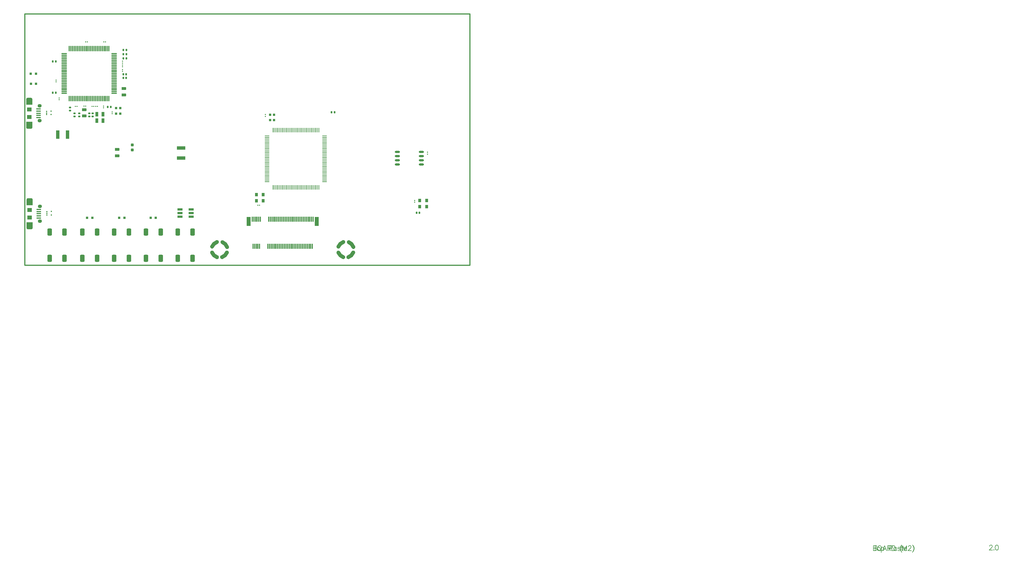
<source format=gtp>
G04 Layer_Color=8421504*
%FSLAX25Y25*%
%MOIN*%
G70*
G01*
G75*
%ADD10C,0.00700*%
%ADD13O,0.05709X0.00787*%
G04:AMPARAMS|DCode=14|XSize=86.61mil|YSize=55.12mil|CornerRadius=13.78mil|HoleSize=0mil|Usage=FLASHONLY|Rotation=90.000|XOffset=0mil|YOffset=0mil|HoleType=Round|Shape=RoundedRectangle|*
%AMROUNDEDRECTD14*
21,1,0.08661,0.02756,0,0,90.0*
21,1,0.05905,0.05512,0,0,90.0*
1,1,0.02756,0.01378,0.02953*
1,1,0.02756,0.01378,-0.02953*
1,1,0.02756,-0.01378,-0.02953*
1,1,0.02756,-0.01378,0.02953*
%
%ADD14ROUNDEDRECTD14*%
%ADD15R,0.03543X0.03937*%
%ADD16R,0.02756X0.03150*%
G04:AMPARAMS|DCode=17|XSize=55.12mil|YSize=35.43mil|CornerRadius=8.86mil|HoleSize=0mil|Usage=FLASHONLY|Rotation=270.000|XOffset=0mil|YOffset=0mil|HoleType=Round|Shape=RoundedRectangle|*
%AMROUNDEDRECTD17*
21,1,0.05512,0.01772,0,0,270.0*
21,1,0.03740,0.03543,0,0,270.0*
1,1,0.01772,-0.00886,-0.01870*
1,1,0.01772,-0.00886,0.01870*
1,1,0.01772,0.00886,0.01870*
1,1,0.01772,0.00886,-0.01870*
%
%ADD17ROUNDEDRECTD17*%
G04:AMPARAMS|DCode=18|XSize=55.12mil|YSize=35.43mil|CornerRadius=8.86mil|HoleSize=0mil|Usage=FLASHONLY|Rotation=180.000|XOffset=0mil|YOffset=0mil|HoleType=Round|Shape=RoundedRectangle|*
%AMROUNDEDRECTD18*
21,1,0.05512,0.01772,0,0,180.0*
21,1,0.03740,0.03543,0,0,180.0*
1,1,0.01772,-0.01870,0.00886*
1,1,0.01772,0.01870,0.00886*
1,1,0.01772,0.01870,-0.00886*
1,1,0.01772,-0.01870,-0.00886*
%
%ADD18ROUNDEDRECTD18*%
%ADD19R,0.03150X0.03150*%
%ADD20R,0.10236X0.03937*%
%ADD21R,0.01772X0.01181*%
%ADD22O,0.06102X0.02362*%
%ADD23R,0.06299X0.02756*%
G04:AMPARAMS|DCode=24|XSize=21.65mil|YSize=23.62mil|CornerRadius=5.41mil|HoleSize=0mil|Usage=FLASHONLY|Rotation=180.000|XOffset=0mil|YOffset=0mil|HoleType=Round|Shape=RoundedRectangle|*
%AMROUNDEDRECTD24*
21,1,0.02165,0.01279,0,0,180.0*
21,1,0.01083,0.02362,0,0,180.0*
1,1,0.01083,-0.00541,0.00640*
1,1,0.01083,0.00541,0.00640*
1,1,0.01083,0.00541,-0.00640*
1,1,0.01083,-0.00541,-0.00640*
%
%ADD24ROUNDEDRECTD24*%
G04:AMPARAMS|DCode=25|XSize=21.65mil|YSize=23.62mil|CornerRadius=5.41mil|HoleSize=0mil|Usage=FLASHONLY|Rotation=90.000|XOffset=0mil|YOffset=0mil|HoleType=Round|Shape=RoundedRectangle|*
%AMROUNDEDRECTD25*
21,1,0.02165,0.01279,0,0,90.0*
21,1,0.01083,0.02362,0,0,90.0*
1,1,0.01083,0.00640,0.00541*
1,1,0.01083,0.00640,-0.00541*
1,1,0.01083,-0.00640,-0.00541*
1,1,0.01083,-0.00640,0.00541*
%
%ADD25ROUNDEDRECTD25*%
G04:AMPARAMS|DCode=26|XSize=10.83mil|YSize=11.81mil|CornerRadius=2.71mil|HoleSize=0mil|Usage=FLASHONLY|Rotation=180.000|XOffset=0mil|YOffset=0mil|HoleType=Round|Shape=RoundedRectangle|*
%AMROUNDEDRECTD26*
21,1,0.01083,0.00640,0,0,180.0*
21,1,0.00541,0.01181,0,0,180.0*
1,1,0.00541,-0.00271,0.00320*
1,1,0.00541,0.00271,0.00320*
1,1,0.00541,0.00271,-0.00320*
1,1,0.00541,-0.00271,-0.00320*
%
%ADD26ROUNDEDRECTD26*%
G04:AMPARAMS|DCode=27|XSize=10.83mil|YSize=11.81mil|CornerRadius=2.71mil|HoleSize=0mil|Usage=FLASHONLY|Rotation=90.000|XOffset=0mil|YOffset=0mil|HoleType=Round|Shape=RoundedRectangle|*
%AMROUNDEDRECTD27*
21,1,0.01083,0.00640,0,0,90.0*
21,1,0.00541,0.01181,0,0,90.0*
1,1,0.00541,0.00320,0.00271*
1,1,0.00541,0.00320,-0.00271*
1,1,0.00541,-0.00320,-0.00271*
1,1,0.00541,-0.00320,0.00271*
%
%ADD27ROUNDEDRECTD27*%
%ADD28R,0.01181X0.06102*%
%ADD29R,0.04724X0.10827*%
G04:AMPARAMS|DCode=30|XSize=35.43mil|YSize=31.5mil|CornerRadius=7.87mil|HoleSize=0mil|Usage=FLASHONLY|Rotation=0.000|XOffset=0mil|YOffset=0mil|HoleType=Round|Shape=RoundedRectangle|*
%AMROUNDEDRECTD30*
21,1,0.03543,0.01575,0,0,0.0*
21,1,0.01968,0.03150,0,0,0.0*
1,1,0.01575,0.00984,-0.00787*
1,1,0.01575,-0.00984,-0.00787*
1,1,0.01575,-0.00984,0.00787*
1,1,0.01575,0.00984,0.00787*
%
%ADD30ROUNDEDRECTD30*%
%ADD31O,0.07087X0.01181*%
%ADD32O,0.01181X0.07087*%
%ADD33R,0.03937X0.10236*%
%ADD34R,0.05315X0.01575*%
%ADD35O,0.00787X0.05709*%
%ADD46C,0.00591*%
%ADD48C,0.01200*%
G04:AMPARAMS|DCode=65|XSize=82.68mil|YSize=74.8mil|CornerRadius=19.45mil|HoleSize=0mil|Usage=FLASHONLY|Rotation=90.000|XOffset=0mil|YOffset=0mil|HoleType=Round|Shape=RoundedRectangle|*
%AMROUNDEDRECTD65*
21,1,0.08268,0.03591,0,0,90.0*
21,1,0.04378,0.07480,0,0,90.0*
1,1,0.03890,0.01795,0.02189*
1,1,0.03890,0.01795,-0.02189*
1,1,0.03890,-0.01795,-0.02189*
1,1,0.03890,-0.01795,0.02189*
%
%ADD65ROUNDEDRECTD65*%
G04:AMPARAMS|DCode=66|XSize=41.34mil|YSize=49.21mil|CornerRadius=20.67mil|HoleSize=0mil|Usage=FLASHONLY|Rotation=270.000|XOffset=0mil|YOffset=0mil|HoleType=Round|Shape=RoundedRectangle|*
%AMROUNDEDRECTD66*
21,1,0.04134,0.00787,0,0,270.0*
21,1,0.00000,0.04921,0,0,270.0*
1,1,0.04134,-0.00394,0.00000*
1,1,0.04134,-0.00394,0.00000*
1,1,0.04134,0.00394,0.00000*
1,1,0.04134,0.00394,0.00000*
%
%ADD66ROUNDEDRECTD66*%
%ADD132C,0.04528*%
%ADD133R,0.05512X0.05118*%
G36*
X7684Y79988D02*
X7861Y79957D01*
X8058Y79909D01*
X8216Y79847D01*
X8346Y79795D01*
X8515Y79697D01*
X8661Y79594D01*
X8810Y79472D01*
X8972Y79295D01*
X9090Y79138D01*
X9204Y78957D01*
X9298Y78748D01*
X9401Y78405D01*
X9436Y78035D01*
Y71736D01*
X1956D01*
Y78035D01*
X1972Y78224D01*
X1999Y78433D01*
X2058Y78642D01*
X2121Y78811D01*
X2200Y78976D01*
X2310Y79150D01*
X2424Y79299D01*
X2558Y79453D01*
X2700Y79567D01*
X2846Y79677D01*
X3007Y79772D01*
X3172Y79850D01*
X3338Y79913D01*
X3539Y79961D01*
X3716Y79988D01*
X3924Y80004D01*
X7468D01*
X7684Y79988D01*
D02*
G37*
G36*
X9436Y44965D02*
X9420Y44776D01*
X9393Y44567D01*
X9334Y44358D01*
X9271Y44189D01*
X9192Y44024D01*
X9082Y43850D01*
X8968Y43701D01*
X8834Y43547D01*
X8692Y43433D01*
X8546Y43323D01*
X8385Y43228D01*
X8220Y43150D01*
X8054Y43087D01*
X7853Y43039D01*
X7676Y43012D01*
X7468Y42996D01*
X3924D01*
X3708Y43012D01*
X3531Y43043D01*
X3334Y43091D01*
X3176Y43154D01*
X3046Y43205D01*
X2877Y43303D01*
X2732Y43406D01*
X2582Y43528D01*
X2420Y43705D01*
X2302Y43862D01*
X2188Y44043D01*
X2094Y44252D01*
X1991Y44594D01*
X1956Y44965D01*
Y51264D01*
X9436D01*
Y44965D01*
D02*
G37*
G36*
X7265Y199947D02*
X7442Y199916D01*
X7639Y199869D01*
X7796Y199805D01*
X7926Y199754D01*
X8095Y199656D01*
X8241Y199554D01*
X8390Y199432D01*
X8552Y199254D01*
X8670Y199097D01*
X8784Y198916D01*
X8879Y198707D01*
X8981Y198365D01*
X9016Y197994D01*
Y191695D01*
X1536D01*
Y197994D01*
X1552Y198184D01*
X1579Y198392D01*
X1639Y198601D01*
X1702Y198770D01*
X1780Y198935D01*
X1891Y199109D01*
X2005Y199258D01*
X2139Y199412D01*
X2280Y199526D01*
X2426Y199636D01*
X2587Y199731D01*
X2753Y199809D01*
X2918Y199873D01*
X3119Y199920D01*
X3296Y199947D01*
X3505Y199963D01*
X7048D01*
X7265Y199947D01*
D02*
G37*
G36*
X9016Y164924D02*
X9001Y164735D01*
X8973Y164526D01*
X8914Y164317D01*
X8851Y164148D01*
X8772Y163983D01*
X8662Y163809D01*
X8548Y163660D01*
X8414Y163506D01*
X8272Y163392D01*
X8127Y163282D01*
X7965Y163187D01*
X7800Y163109D01*
X7635Y163046D01*
X7434Y162998D01*
X7257Y162971D01*
X7048Y162955D01*
X3505D01*
X3288Y162971D01*
X3111Y163002D01*
X2914Y163050D01*
X2757Y163113D01*
X2627Y163164D01*
X2458Y163262D01*
X2312Y163365D01*
X2162Y163487D01*
X2001Y163664D01*
X1883Y163821D01*
X1768Y164002D01*
X1674Y164211D01*
X1572Y164553D01*
X1536Y164924D01*
Y171223D01*
X9016D01*
Y164924D01*
D02*
G37*
D10*
X1152281Y-335451D02*
Y-335170D01*
X1152562Y-334607D01*
X1152843Y-334326D01*
X1153405Y-334045D01*
X1154530D01*
X1155092Y-334326D01*
X1155374Y-334607D01*
X1155655Y-335170D01*
Y-335732D01*
X1155374Y-336294D01*
X1154811Y-337138D01*
X1152000Y-339949D01*
X1155936D01*
X1157538Y-339387D02*
X1157257Y-339668D01*
X1157538Y-339949D01*
X1157820Y-339668D01*
X1157538Y-339387D01*
X1160800Y-334045D02*
X1159956Y-334326D01*
X1159394Y-335170D01*
X1159113Y-336575D01*
Y-337419D01*
X1159394Y-338825D01*
X1159956Y-339668D01*
X1160800Y-339949D01*
X1161362D01*
X1162206Y-339668D01*
X1162768Y-338825D01*
X1163049Y-337419D01*
Y-336575D01*
X1162768Y-335170D01*
X1162206Y-334326D01*
X1161362Y-334045D01*
X1160800D01*
X1152281Y-335451D02*
Y-335170D01*
X1152562Y-334607D01*
X1152843Y-334326D01*
X1153405Y-334045D01*
X1154530D01*
X1155092Y-334326D01*
X1155374Y-334607D01*
X1155655Y-335170D01*
Y-335732D01*
X1155374Y-336294D01*
X1154811Y-337138D01*
X1152000Y-339949D01*
X1155936D01*
X1157538Y-339387D02*
X1157257Y-339668D01*
X1157538Y-339949D01*
X1157820Y-339668D01*
X1157538Y-339387D01*
X1160800Y-334045D02*
X1159956Y-334326D01*
X1159394Y-335170D01*
X1159113Y-336575D01*
Y-337419D01*
X1159394Y-338825D01*
X1159956Y-339668D01*
X1160800Y-339949D01*
X1161362D01*
X1162206Y-339668D01*
X1162768Y-338825D01*
X1163049Y-337419D01*
Y-336575D01*
X1162768Y-335170D01*
X1162206Y-334326D01*
X1161362Y-334045D01*
X1160800D01*
D13*
X289448Y148360D02*
D03*
Y149934D02*
D03*
Y99541D02*
D03*
Y101116D02*
D03*
Y102691D02*
D03*
Y104265D02*
D03*
Y105840D02*
D03*
Y107415D02*
D03*
Y108990D02*
D03*
Y110565D02*
D03*
Y112139D02*
D03*
Y113714D02*
D03*
Y115289D02*
D03*
Y116864D02*
D03*
Y118439D02*
D03*
Y120013D02*
D03*
Y121588D02*
D03*
Y123163D02*
D03*
Y124738D02*
D03*
Y126313D02*
D03*
Y127887D02*
D03*
Y129462D02*
D03*
Y131037D02*
D03*
Y132612D02*
D03*
Y134187D02*
D03*
Y135761D02*
D03*
Y137336D02*
D03*
Y138911D02*
D03*
Y140486D02*
D03*
Y142060D02*
D03*
Y143635D02*
D03*
Y145210D02*
D03*
Y146785D02*
D03*
Y151509D02*
D03*
Y153084D02*
D03*
Y154659D02*
D03*
X357952D02*
D03*
Y153084D02*
D03*
Y151509D02*
D03*
Y149934D02*
D03*
Y148360D02*
D03*
Y146785D02*
D03*
Y145210D02*
D03*
Y143635D02*
D03*
Y142060D02*
D03*
Y140486D02*
D03*
Y138911D02*
D03*
Y137336D02*
D03*
Y135761D02*
D03*
Y134187D02*
D03*
Y132612D02*
D03*
Y131037D02*
D03*
Y129462D02*
D03*
Y127887D02*
D03*
Y126313D02*
D03*
Y124738D02*
D03*
Y123163D02*
D03*
Y121588D02*
D03*
Y120013D02*
D03*
Y118439D02*
D03*
Y116864D02*
D03*
Y115289D02*
D03*
Y113714D02*
D03*
Y112139D02*
D03*
Y110565D02*
D03*
Y108990D02*
D03*
Y107415D02*
D03*
Y105840D02*
D03*
Y104265D02*
D03*
Y102691D02*
D03*
Y101116D02*
D03*
Y99541D02*
D03*
D14*
X200358Y39650D02*
D03*
X182642D02*
D03*
Y8350D02*
D03*
X200358D02*
D03*
X162358Y39650D02*
D03*
X144642D02*
D03*
Y8350D02*
D03*
X162358D02*
D03*
X124358Y39650D02*
D03*
X106642D02*
D03*
Y8350D02*
D03*
X124358D02*
D03*
X86358Y39650D02*
D03*
X68642D02*
D03*
Y8350D02*
D03*
X86358D02*
D03*
X47358Y39650D02*
D03*
X29642D02*
D03*
Y8350D02*
D03*
X47358D02*
D03*
D15*
X480033Y69959D02*
D03*
X471766D02*
D03*
X480033Y77440D02*
D03*
X471766D02*
D03*
X284734Y76960D02*
D03*
X276466D02*
D03*
X284734Y84440D02*
D03*
X276466D02*
D03*
D16*
X292800Y173304D02*
D03*
Y179800D02*
D03*
X297721Y173304D02*
D03*
Y179800D02*
D03*
X108879Y181004D02*
D03*
Y187500D02*
D03*
X113800Y181004D02*
D03*
Y187500D02*
D03*
D17*
X85860Y180200D02*
D03*
X93340D02*
D03*
X93440Y172800D02*
D03*
X85960D02*
D03*
D18*
X118200Y210891D02*
D03*
Y203410D02*
D03*
X110200Y138280D02*
D03*
Y130800D02*
D03*
X70800Y178260D02*
D03*
Y185740D02*
D03*
D19*
X7101Y228800D02*
D03*
X13400D02*
D03*
X150150Y56500D02*
D03*
X156450D02*
D03*
X13450Y216500D02*
D03*
X7150D02*
D03*
X74350Y56500D02*
D03*
X80650D02*
D03*
X112750D02*
D03*
X119050D02*
D03*
D20*
X186700Y128094D02*
D03*
Y139906D02*
D03*
D21*
X26296Y64069D02*
D03*
Y62100D02*
D03*
Y60132D02*
D03*
X31611Y64167D02*
D03*
Y60132D02*
D03*
X25943Y183768D02*
D03*
Y181800D02*
D03*
Y179832D02*
D03*
X31258Y183867D02*
D03*
Y179832D02*
D03*
D22*
X444830Y135300D02*
D03*
Y130300D02*
D03*
Y125300D02*
D03*
Y120300D02*
D03*
X473570Y135300D02*
D03*
Y130300D02*
D03*
Y125300D02*
D03*
Y120300D02*
D03*
D23*
X198600Y66500D02*
D03*
Y62300D02*
D03*
Y58100D02*
D03*
X185200D02*
D03*
Y62300D02*
D03*
Y66500D02*
D03*
D24*
X117628Y256900D02*
D03*
X121172D02*
D03*
X33428Y206100D02*
D03*
X36972D02*
D03*
X102572Y188900D02*
D03*
X99028D02*
D03*
X121072Y228000D02*
D03*
X117528D02*
D03*
Y223500D02*
D03*
X121072D02*
D03*
X121272Y246900D02*
D03*
X117728D02*
D03*
X117700Y252100D02*
D03*
X121243D02*
D03*
X36972Y243400D02*
D03*
X33428D02*
D03*
X467857Y62600D02*
D03*
X471400D02*
D03*
X366328Y182500D02*
D03*
X369872D02*
D03*
D25*
X81100Y181300D02*
D03*
Y177757D02*
D03*
X76800Y181272D02*
D03*
Y177728D02*
D03*
X64800Y181243D02*
D03*
Y177700D02*
D03*
X59400Y181272D02*
D03*
Y177728D02*
D03*
X53900Y188300D02*
D03*
Y184757D02*
D03*
D26*
X62334Y189800D02*
D03*
X60267D02*
D03*
X96434Y266600D02*
D03*
X94367D02*
D03*
X74734D02*
D03*
X72667D02*
D03*
X80266Y189800D02*
D03*
X82333D02*
D03*
X72733Y189900D02*
D03*
X70666D02*
D03*
X86633Y189800D02*
D03*
X84566D02*
D03*
X280400Y71800D02*
D03*
X278333D02*
D03*
D27*
X37200Y218967D02*
D03*
Y221034D02*
D03*
X116600Y237067D02*
D03*
Y239134D02*
D03*
X116600Y243500D02*
D03*
Y241433D02*
D03*
Y233567D02*
D03*
Y231500D02*
D03*
X94000Y190033D02*
D03*
Y187967D02*
D03*
X104300Y180867D02*
D03*
Y182933D02*
D03*
X40900Y197566D02*
D03*
Y199634D02*
D03*
X481100Y134834D02*
D03*
Y132766D02*
D03*
X465600Y77434D02*
D03*
Y75366D02*
D03*
X287400Y179833D02*
D03*
Y177767D02*
D03*
D28*
X272540Y22718D02*
D03*
X271556Y55100D02*
D03*
X304036Y22718D02*
D03*
X296162D02*
D03*
X280414D02*
D03*
X303052Y55100D02*
D03*
X295178D02*
D03*
X279430D02*
D03*
X327658Y22718D02*
D03*
X319784D02*
D03*
X311910D02*
D03*
X326674Y55100D02*
D03*
X318800D02*
D03*
X310926D02*
D03*
X278446Y22718D02*
D03*
X276477D02*
D03*
X274509D02*
D03*
X277462Y55100D02*
D03*
X275493D02*
D03*
X273524D02*
D03*
X281399D02*
D03*
X294194Y22718D02*
D03*
X292225D02*
D03*
X290257D02*
D03*
X293210Y55100D02*
D03*
X291241D02*
D03*
X302068Y22718D02*
D03*
X300099D02*
D03*
X298131D02*
D03*
X301083Y55100D02*
D03*
X299115D02*
D03*
X297147D02*
D03*
X309942Y22718D02*
D03*
X307973D02*
D03*
X306005D02*
D03*
X308958Y55100D02*
D03*
X306989D02*
D03*
X305020D02*
D03*
X317816Y22718D02*
D03*
X315847D02*
D03*
X313879D02*
D03*
X316831Y55100D02*
D03*
X314863D02*
D03*
X312895D02*
D03*
X325690Y22718D02*
D03*
X323721D02*
D03*
X321753D02*
D03*
X324706Y55100D02*
D03*
X322737D02*
D03*
X320768D02*
D03*
X329627Y22718D02*
D03*
X328643Y55100D02*
D03*
X330611D02*
D03*
X332579D02*
D03*
X338485D02*
D03*
X336516D02*
D03*
X334548D02*
D03*
X344391D02*
D03*
X342422D02*
D03*
X340454D02*
D03*
X339469Y22718D02*
D03*
X341438D02*
D03*
X343406D02*
D03*
X331595D02*
D03*
X333564D02*
D03*
X335532D02*
D03*
X337501D02*
D03*
D29*
X267225Y52246D02*
D03*
X348721D02*
D03*
D30*
X128400Y143799D02*
D03*
Y137500D02*
D03*
D31*
X106476Y205254D02*
D03*
Y207222D02*
D03*
Y209191D02*
D03*
Y211159D02*
D03*
Y213128D02*
D03*
Y215096D02*
D03*
Y217065D02*
D03*
Y219033D02*
D03*
Y221002D02*
D03*
Y222970D02*
D03*
Y224939D02*
D03*
Y226907D02*
D03*
Y228876D02*
D03*
Y230844D02*
D03*
Y232813D02*
D03*
Y234781D02*
D03*
Y236750D02*
D03*
Y238718D02*
D03*
Y240687D02*
D03*
Y242655D02*
D03*
Y244624D02*
D03*
Y246592D02*
D03*
Y248561D02*
D03*
Y250529D02*
D03*
Y252498D02*
D03*
X47028D02*
D03*
Y250529D02*
D03*
Y248561D02*
D03*
Y246592D02*
D03*
Y244624D02*
D03*
Y242655D02*
D03*
Y240687D02*
D03*
Y238718D02*
D03*
Y236750D02*
D03*
Y234781D02*
D03*
Y232813D02*
D03*
Y230844D02*
D03*
Y228876D02*
D03*
Y226907D02*
D03*
Y224939D02*
D03*
Y222970D02*
D03*
Y221002D02*
D03*
Y219033D02*
D03*
Y217065D02*
D03*
Y215096D02*
D03*
Y213128D02*
D03*
Y211159D02*
D03*
Y209191D02*
D03*
Y207222D02*
D03*
Y205254D02*
D03*
D32*
X100374Y258600D02*
D03*
X98405D02*
D03*
X96437D02*
D03*
X94468D02*
D03*
X92500D02*
D03*
X90531D02*
D03*
X88563D02*
D03*
X86594D02*
D03*
X84626D02*
D03*
X82657D02*
D03*
X80689D02*
D03*
X78720D02*
D03*
X76752D02*
D03*
X74783D02*
D03*
X72815D02*
D03*
X70846D02*
D03*
X68878D02*
D03*
X66909D02*
D03*
X64941D02*
D03*
X62972D02*
D03*
X61004D02*
D03*
X59035D02*
D03*
X57067D02*
D03*
X55098D02*
D03*
X53130D02*
D03*
Y199151D02*
D03*
X55098D02*
D03*
X57067D02*
D03*
X59035D02*
D03*
X61004D02*
D03*
X62972D02*
D03*
X64941D02*
D03*
X66909D02*
D03*
X68878D02*
D03*
X70846D02*
D03*
X72815D02*
D03*
X74783D02*
D03*
X76752D02*
D03*
X78720D02*
D03*
X80689D02*
D03*
X82657D02*
D03*
X84626D02*
D03*
X86594D02*
D03*
X88563D02*
D03*
X90531D02*
D03*
X92500D02*
D03*
X94468D02*
D03*
X96437D02*
D03*
X98405D02*
D03*
X100374D02*
D03*
D33*
X51105Y156000D02*
D03*
X39294D02*
D03*
D34*
X16720Y56382D02*
D03*
Y58941D02*
D03*
Y61500D02*
D03*
Y64059D02*
D03*
Y66618D02*
D03*
X16300Y186577D02*
D03*
Y184018D02*
D03*
Y181459D02*
D03*
Y178900D02*
D03*
Y176341D02*
D03*
D35*
X351259Y92848D02*
D03*
X349684D02*
D03*
X348110D02*
D03*
X346535D02*
D03*
X344960D02*
D03*
X343385D02*
D03*
X341810D02*
D03*
X340235D02*
D03*
X338661D02*
D03*
X337086D02*
D03*
X335511D02*
D03*
X333936D02*
D03*
X332362D02*
D03*
X330787D02*
D03*
X329212D02*
D03*
X327637D02*
D03*
X326062D02*
D03*
X324487D02*
D03*
X322913D02*
D03*
X321338D02*
D03*
X319763D02*
D03*
X318188D02*
D03*
X316614D02*
D03*
X315039D02*
D03*
X313464D02*
D03*
X311889D02*
D03*
X310314D02*
D03*
X308739D02*
D03*
X307165D02*
D03*
X305590D02*
D03*
X304015D02*
D03*
X302440D02*
D03*
X300866D02*
D03*
X299291D02*
D03*
X297716D02*
D03*
X296141D02*
D03*
Y161352D02*
D03*
X297716D02*
D03*
X299291D02*
D03*
X300866D02*
D03*
X302440D02*
D03*
X304015D02*
D03*
X305590D02*
D03*
X307165D02*
D03*
X308739D02*
D03*
X310314D02*
D03*
X311889D02*
D03*
X313464D02*
D03*
X315039D02*
D03*
X316614D02*
D03*
X318188D02*
D03*
X319763D02*
D03*
X321338D02*
D03*
X322913D02*
D03*
X324487D02*
D03*
X326062D02*
D03*
X327637D02*
D03*
X329212D02*
D03*
X330787D02*
D03*
X332362D02*
D03*
X333936D02*
D03*
X335511D02*
D03*
X337086D02*
D03*
X338661D02*
D03*
X340235D02*
D03*
X341810D02*
D03*
X343385D02*
D03*
X344960D02*
D03*
X346535D02*
D03*
X348110D02*
D03*
X349684D02*
D03*
X351259D02*
D03*
D46*
X1015473Y-334745D02*
Y-340649D01*
X1013504Y-334745D02*
X1017441D01*
X1019549Y-336713D02*
X1018987Y-336994D01*
X1018425Y-337556D01*
X1018143Y-338400D01*
Y-338962D01*
X1018425Y-339805D01*
X1018987Y-340368D01*
X1019549Y-340649D01*
X1020393D01*
X1020955Y-340368D01*
X1021517Y-339805D01*
X1021799Y-338962D01*
Y-338400D01*
X1021517Y-337556D01*
X1020955Y-336994D01*
X1020393Y-336713D01*
X1019549D01*
X1023092D02*
Y-342617D01*
Y-337556D02*
X1023654Y-336994D01*
X1024216Y-336713D01*
X1025060D01*
X1025622Y-336994D01*
X1026184Y-337556D01*
X1026466Y-338400D01*
Y-338962D01*
X1026184Y-339805D01*
X1025622Y-340368D01*
X1025060Y-340649D01*
X1024216D01*
X1023654Y-340368D01*
X1023092Y-339805D01*
X1032370Y-337837D02*
X1034900D01*
X1035744Y-337556D01*
X1036025Y-337275D01*
X1036306Y-336713D01*
Y-335869D01*
X1036025Y-335307D01*
X1035744Y-335026D01*
X1034900Y-334745D01*
X1032370D01*
Y-340649D01*
X1041001Y-336713D02*
Y-340649D01*
Y-337556D02*
X1040439Y-336994D01*
X1039877Y-336713D01*
X1039033D01*
X1038471Y-336994D01*
X1037909Y-337556D01*
X1037628Y-338400D01*
Y-338962D01*
X1037909Y-339805D01*
X1038471Y-340368D01*
X1039033Y-340649D01*
X1039877D01*
X1040439Y-340368D01*
X1041001Y-339805D01*
X1045669Y-337556D02*
X1045387Y-336994D01*
X1044544Y-336713D01*
X1043700D01*
X1042857Y-336994D01*
X1042576Y-337556D01*
X1042857Y-338119D01*
X1043419Y-338400D01*
X1044825Y-338681D01*
X1045387Y-338962D01*
X1045669Y-339524D01*
Y-339805D01*
X1045387Y-340368D01*
X1044544Y-340649D01*
X1043700D01*
X1042857Y-340368D01*
X1042576Y-339805D01*
X1047749Y-334745D02*
Y-339524D01*
X1048030Y-340368D01*
X1048592Y-340649D01*
X1049155D01*
X1046906Y-336713D02*
X1048874D01*
X1049998Y-338400D02*
X1053372D01*
Y-337837D01*
X1053091Y-337275D01*
X1052810Y-336994D01*
X1052248Y-336713D01*
X1051404D01*
X1050842Y-336994D01*
X1050279Y-337556D01*
X1049998Y-338400D01*
Y-338962D01*
X1050279Y-339805D01*
X1050842Y-340368D01*
X1051404Y-340649D01*
X1052248D01*
X1052810Y-340368D01*
X1053372Y-339805D01*
X1013504Y-334745D02*
Y-340649D01*
Y-334745D02*
X1016035D01*
X1016878Y-335026D01*
X1017159Y-335307D01*
X1017441Y-335869D01*
Y-336432D01*
X1017159Y-336994D01*
X1016878Y-337275D01*
X1016035Y-337556D01*
X1013504D02*
X1016035D01*
X1016878Y-337837D01*
X1017159Y-338119D01*
X1017441Y-338681D01*
Y-339524D01*
X1017159Y-340087D01*
X1016878Y-340368D01*
X1016035Y-340649D01*
X1013504D01*
X1020449Y-334745D02*
X1019887Y-335026D01*
X1019324Y-335588D01*
X1019043Y-336150D01*
X1018762Y-336994D01*
Y-338400D01*
X1019043Y-339243D01*
X1019324Y-339805D01*
X1019887Y-340368D01*
X1020449Y-340649D01*
X1021574D01*
X1022136Y-340368D01*
X1022698Y-339805D01*
X1022979Y-339243D01*
X1023260Y-338400D01*
Y-336994D01*
X1022979Y-336150D01*
X1022698Y-335588D01*
X1022136Y-335026D01*
X1021574Y-334745D01*
X1020449D01*
X1029137Y-340649D02*
X1026887Y-334745D01*
X1024638Y-340649D01*
X1025482Y-338681D02*
X1028293D01*
X1030514Y-334745D02*
Y-340649D01*
Y-334745D02*
X1033045D01*
X1033888Y-335026D01*
X1034169Y-335307D01*
X1034450Y-335869D01*
Y-336432D01*
X1034169Y-336994D01*
X1033888Y-337275D01*
X1033045Y-337556D01*
X1030514D01*
X1032482D02*
X1034450Y-340649D01*
X1035772Y-334745D02*
Y-340649D01*
Y-334745D02*
X1037740D01*
X1038583Y-335026D01*
X1039146Y-335588D01*
X1039427Y-336150D01*
X1039708Y-336994D01*
Y-338400D01*
X1039427Y-339243D01*
X1039146Y-339805D01*
X1038583Y-340368D01*
X1037740Y-340649D01*
X1035772D01*
X1047637Y-333620D02*
X1047074Y-334182D01*
X1046512Y-335026D01*
X1045950Y-336150D01*
X1045669Y-337556D01*
Y-338681D01*
X1045950Y-340087D01*
X1046512Y-341211D01*
X1047074Y-342055D01*
X1047637Y-342617D01*
X1047074Y-334182D02*
X1046512Y-335307D01*
X1046231Y-336150D01*
X1045950Y-337556D01*
Y-338681D01*
X1046231Y-340087D01*
X1046512Y-340930D01*
X1047074Y-342055D01*
X1048761Y-334745D02*
Y-340649D01*
Y-334745D02*
X1051010Y-340649D01*
X1053260Y-334745D02*
X1051010Y-340649D01*
X1053260Y-334745D02*
Y-340649D01*
X1055228Y-336150D02*
Y-335869D01*
X1055509Y-335307D01*
X1055790Y-335026D01*
X1056352Y-334745D01*
X1057477D01*
X1058039Y-335026D01*
X1058320Y-335307D01*
X1058602Y-335869D01*
Y-336432D01*
X1058320Y-336994D01*
X1057758Y-337837D01*
X1054947Y-340649D01*
X1058883D01*
X1060204Y-333620D02*
X1060767Y-334182D01*
X1061329Y-335026D01*
X1061891Y-336150D01*
X1062172Y-337556D01*
Y-338681D01*
X1061891Y-340087D01*
X1061329Y-341211D01*
X1060767Y-342055D01*
X1060204Y-342617D01*
X1060767Y-334182D02*
X1061329Y-335307D01*
X1061610Y-336150D01*
X1061891Y-337556D01*
Y-338681D01*
X1061610Y-340087D01*
X1061329Y-340930D01*
X1060767Y-342055D01*
D48*
X531500Y0D02*
Y300000D01*
X0D02*
X531500D01*
X0Y0D02*
Y300000D01*
Y0D02*
X531500D01*
D65*
X5696Y75870D02*
D03*
Y47130D02*
D03*
X5276Y167089D02*
D03*
Y195829D02*
D03*
D66*
X17999Y70260D02*
D03*
Y52740D02*
D03*
X17580Y172699D02*
D03*
Y190219D02*
D03*
D132*
X386396Y9700D02*
G03*
X392241Y15212I-3019J9057D01*
G01*
X392453Y21719D02*
G03*
X386942Y27564I-9057J-3019D01*
G01*
X374532Y15154D02*
G03*
X380377Y9643I8864J3546D01*
G01*
Y27757D02*
G03*
X374532Y22246I3019J-9057D01*
G01*
X235496Y9700D02*
G03*
X241341Y15212I-3019J9057D01*
G01*
X241553Y21719D02*
G03*
X236042Y27564I-9057J-3019D01*
G01*
X223632Y15154D02*
G03*
X229477Y9643I8864J3546D01*
G01*
Y27757D02*
G03*
X223632Y22246I3019J-9057D01*
G01*
D133*
X5696Y66028D02*
D03*
Y56973D02*
D03*
X5275Y176932D02*
D03*
Y185987D02*
D03*
M02*

</source>
